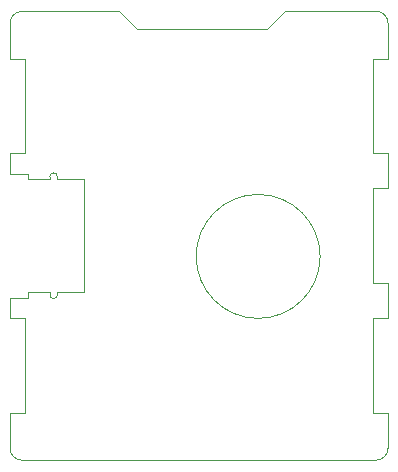
<source format=gbr>
%TF.GenerationSoftware,KiCad,Pcbnew,7.0.1*%
%TF.CreationDate,2024-08-17T13:05:24+01:00*%
%TF.ProjectId,Hardware,48617264-7761-4726-952e-6b696361645f,rev?*%
%TF.SameCoordinates,Original*%
%TF.FileFunction,Profile,NP*%
%FSLAX46Y46*%
G04 Gerber Fmt 4.6, Leading zero omitted, Abs format (unit mm)*
G04 Created by KiCad (PCBNEW 7.0.1) date 2024-08-17 13:05:24*
%MOMM*%
%LPD*%
G01*
G04 APERTURE LIST*
%TA.AperFunction,Profile*%
%ADD10C,0.100000*%
%TD*%
G04 APERTURE END LIST*
D10*
X97250000Y-80000000D02*
X97250000Y-81750000D01*
X128000000Y-94000000D02*
X128000000Y-102000000D01*
X98500000Y-72000000D02*
X97250000Y-72000000D01*
X129250000Y-69000000D02*
G75*
G03*
X128250000Y-68000000I-1000000J0D01*
G01*
X129250000Y-91000000D02*
X129250000Y-94000000D01*
X100607500Y-82200000D02*
X100607500Y-82000000D01*
X100607500Y-91800000D02*
X98750000Y-91800000D01*
X101257500Y-82200000D02*
X103532500Y-82200000D01*
X97250000Y-94000000D02*
X98500000Y-94000000D01*
X101257500Y-91800000D02*
X101257500Y-92000000D01*
X129250000Y-80000000D02*
X129250000Y-83000000D01*
X129250000Y-102000000D02*
X129250000Y-105000000D01*
X119000000Y-69500000D02*
X120500000Y-68000000D01*
X128000000Y-80000000D02*
X128000000Y-72000000D01*
X123500000Y-88750000D02*
G75*
G03*
X123500000Y-88750000I-5250000J0D01*
G01*
X129250000Y-80000000D02*
X128000000Y-80000000D01*
X128000000Y-83000000D02*
X129250000Y-83000000D01*
X98500000Y-102000000D02*
X97250000Y-102000000D01*
X120500000Y-68000000D02*
X128250000Y-68000000D01*
X97250000Y-69000000D02*
X97250000Y-72000000D01*
X97250000Y-81750000D02*
X98750000Y-81750000D01*
X100607500Y-92000000D02*
G75*
G03*
X101257500Y-92000000I325000J0D01*
G01*
X97250000Y-94000000D02*
X97250000Y-92250000D01*
X100607500Y-92000000D02*
X100607500Y-91800000D01*
X128000000Y-91000000D02*
X128000000Y-83000000D01*
X128250000Y-106000000D02*
G75*
G03*
X129250000Y-105000000I0J1000000D01*
G01*
X98250000Y-68000000D02*
G75*
G03*
X97250000Y-69000000I0J-1000000D01*
G01*
X97250000Y-92250000D02*
X98750000Y-92250000D01*
X106500000Y-68000000D02*
X98250000Y-68000000D01*
X98750000Y-82200000D02*
X100607500Y-82200000D01*
X129250000Y-94000000D02*
X128000000Y-94000000D01*
X101257500Y-82000000D02*
G75*
G03*
X100607500Y-82000000I-325000J0D01*
G01*
X97250000Y-80000000D02*
X98500000Y-80000000D01*
X98750000Y-82200000D02*
X98750000Y-81750000D01*
X101257500Y-82200000D02*
X101257500Y-82000000D01*
X98500000Y-80000000D02*
X98500000Y-72000000D01*
X129250000Y-91000000D02*
X128000000Y-91000000D01*
X97250000Y-105000000D02*
G75*
G03*
X98250000Y-106000000I1000000J0D01*
G01*
X128000000Y-102000000D02*
X129250000Y-102000000D01*
X129250000Y-72000000D02*
X128000000Y-72000000D01*
X97250000Y-105000000D02*
X97250000Y-102000000D01*
X128250000Y-106000000D02*
X98250000Y-106000000D01*
X103532500Y-91800000D02*
X101257500Y-91800000D01*
X119000000Y-69500000D02*
X108000000Y-69500000D01*
X98750000Y-91800000D02*
X98750000Y-92250000D01*
X129250000Y-69000000D02*
X129250000Y-72000000D01*
X98500000Y-94000000D02*
X98500000Y-102000000D01*
X108000000Y-69500000D02*
X106500000Y-68000000D01*
X103532500Y-82200000D02*
X103532500Y-91800000D01*
M02*

</source>
